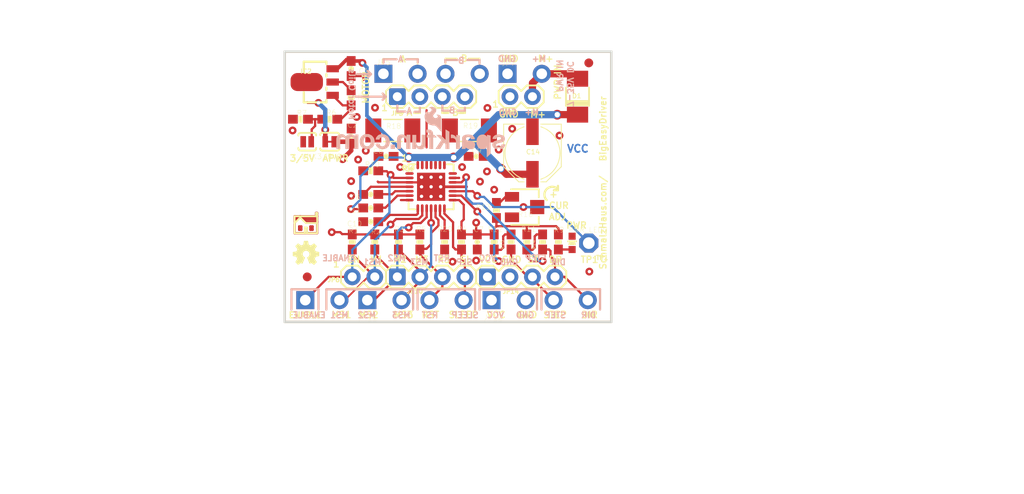
<source format=kicad_pcb>
(kicad_pcb (version 20211014) (generator pcbnew)
  (layers (0 "F.Cu" signal) (1 "In1.Cu" signal) (2 "In2.Cu" signal) (31 "B.Cu" signal) (34 "B.Paste" user) (35 "F.Paste" user) (36 "B.SilkS" user "B.Silkscreen") (37 "F.SilkS" user "F.Silkscreen") (38 "B.Mask" user) (39 "F.Mask" user) (44 "Edge.Cuts" user))
  (net 0 "")
  (net 1 "GND")
  (net 2 "VCC")
  (net 3 "V+")
  (net 4 "CUR_REF")
  (net 5 "N$6")
  (net 6 "COILB+")
  (net 7 "COILB-")
  (net 8 "DIR")
  (net 9 "MS1")
  (net 10 "MS2")
  (net 11 "ENABLE")
  (net 12 "COILA-")
  (net 13 "COILA+")
  (net 14 "RESET")
  (net 15 "STEP")
  (net 16 "SLEEP")
  (net 17 "5V_ALT")
  (net 18 "N$2")
  (net 19 "N$4")
  (net 20 "N$31")
  (net 21 "N$32")
  (net 22 "N$8")
  (net 23 "N$9")
  (net 24 "N$19")
  (net 25 "N$20")
  (net 26 "N$21")
  (net 27 "MS3")
  (net 28 "N$1")
  (net 29 "N$3")
  (net 30 "N$5")
  (net 31 "N$7")
  (net 32 "N$10")
  (net 33 "DIR_IN")
  (net 34 "STEP_IN")
  (footprint "boardEagle:FIDUCIAL-1X2" (layer "F.Cu") (at 164.3761 91.0336)
    (fp_text reference "FID2" hide)
    (fp_text value "FIDUCIAL1X2" hide)
  )
  (footprint "boardEagle:0603-RES" (layer "F.Cu") (at 157.3911 111.2266 90)
    (fp_text reference "R11")
    (fp_text value "20K")
  )
  (footprint "boardEagle:0603-RES" (layer "F.Cu") (at 142.9131 111.2266 90)
    (fp_text reference "R3")
    (fp_text value "20K")
  )
  (footprint "boardEagle:0603-RES" (layer "F.Cu") (at 145.3261 111.2266 90)
    (fp_text reference "R5")
    (fp_text value "20K")
  )
  (footprint "boardEagle:PAD-0.008" (layer "F.Cu") (at 143.1925 106.5022)
    (fp_text reference "U$3" hide)
    (fp_text value "PAD" hide)
  )
  (footprint "boardEagle:0603-RES" (layer "F.Cu") (at 135.1661 97.3836)
    (fp_text reference "R6")
    (fp_text value "390")
  )
  (footprint "boardEagle:1X04" (layer "F.Cu") (at 142.7861 94.8436)
    (fp_text reference "JP3")
    (fp_text value "")
  )
  (footprint "boardEagle:0603-RES" (layer "F.Cu") (at 153.7081 111.2266 90)
    (fp_text reference "R12")
    (fp_text value "20K")
  )
  (footprint "boardEagle:1X04" (layer "F.Cu") (at 142.7861 115.1636)
    (fp_text reference "JP10")
    (fp_text value "")
  )
  (footprint "boardEagle:QFN-28-5MM_ALT1" (layer "F.Cu") (at 146.5961 105.0036)
    (fp_text reference "IC1")
    (fp_text value "A4988ALT1")
  )
  (footprint "boardEagle:SCREWTERMINAL-3.5MM-4_LOCK" (layer "F.Cu") (at 153.5861 117.7836)
    (fp_text reference "JP12")
    (fp_text value "")
  )
  (footprint "boardEagle:0603-CAP" (layer "F.Cu") (at 151.6761 101.5746)
    (fp_text reference "C9")
    (fp_text value ".1uf")
  )
  (footprint "boardEagle:STAND-OFF" (layer "F.Cu") (at 133.8961 105.0036)
    (fp_text reference "JP8" hide)
    (fp_text value "STAND-OFF" hide)
  )
  (footprint "boardEagle:0603-RES" (layer "F.Cu") (at 155.6131 111.2266 90)
    (fp_text reference "R15")
    (fp_text value "1K")
  )
  (footprint "boardEagle:0603-RES" (layer "F.Cu") (at 131.8641 97.3836)
    (fp_text reference "R7")
    (fp_text value "330")
  )
  (footprint "boardEagle:0603-RES" (layer "F.Cu") (at 137.5791 94.9706 90)
    (fp_text reference "R8")
    (fp_text value "240")
  )
  (footprint "boardEagle:SCREWTERMINAL-3.5MM-4_LOCK" (layer "F.Cu") (at 139.5861 117.7836)
    (fp_text reference "JP11")
    (fp_text value "")
  )
  (footprint "boardEagle:0603-CAP" (layer "F.Cu") (at 139.7889 105.8672)
    (fp_text reference "C6")
    (fp_text value ".1uf")
  )
  (footprint "boardEagle:R2010" (layer "F.Cu") (at 142.2781 98.6536)
    (fp_text reference "R18")
    (fp_text value ".11")
  )
  (footprint "boardEagle:0603-CAP" (layer "F.Cu") (at 137.5791 99.2886 90)
    (fp_text reference "C2")
    (fp_text value "1uF")
  )
  (footprint "boardEagle:0603-CAP" (layer "F.Cu") (at 137.5791 91.6686 -90)
    (fp_text reference "C1")
    (fp_text value ".1uF")
  )
  (footprint "boardEagle:P1-13" (layer "F.Cu") (at 164.3761 111.3536)
    (fp_text reference "TP1")
    (fp_text value "TPPAD1-13" hide)
  )
  (footprint "boardEagle:SCREWTERMINAL-3.5MM-2_LOCK" (layer "F.Cu") (at 155.3961 92.2636)
    (fp_text reference "JP7")
    (fp_text value "")
  )
  (footprint "boardEagle:R2010" (layer "F.Cu") (at 150.9141 98.6536 180)
    (fp_text reference "R19")
    (fp_text value ".11")
  )
  (footprint "boardEagle:0603-RES" (layer "F.Cu") (at 148.1201 111.2266 -90)
    (fp_text reference "R20")
    (fp_text value "20K")
  )
  (footprint "boardEagle:0603-RES" (layer "F.Cu") (at 139.7889 103.2002 180)
    (fp_text reference "R10")
    (fp_text value "20K")
  )
  (footprint "boardEagle:0603-RES" (layer "F.Cu") (at 140.2461 111.2266 90)
    (fp_text reference "R2")
    (fp_text value "20K")
  )
  (footprint "boardEagle:0603-CAP" (layer "F.Cu") (at 151.8031 111.2266 -90)
    (fp_text reference "C7")
    (fp_text value ".1uf")
  )
  (footprint "boardEagle:DO-214AC" (layer "F.Cu") (at 163.1061 94.8436 90)
    (fp_text reference "D1")
    (fp_text value "B340A-13-F")
  )
  (footprint "boardEagle:SCREWTERMINAL-3.5MM-2_LOCK" (layer "F.Cu") (at 132.5861 117.7836)
    (fp_text reference "JP13")
    (fp_text value "")
  )
  (footprint "boardEagle:0603-RES" (layer "F.Cu") (at 137.7061 111.2266 90)
    (fp_text reference "R1")
    (fp_text value "20K")
  )
  (footprint "boardEagle:0603-CAP" (layer "F.Cu") (at 139.7889 107.3912 180)
    (fp_text reference "C11")
    (fp_text value ".1uf")
  )
  (footprint "boardEagle:FIDUCIAL-1X2" (layer "F.Cu") (at 132.6261 115.1636)
    (fp_text reference "FID1" hide)
    (fp_text value "FIDUCIAL1X2" hide)
  )
  (footprint "boardEagle:0603-RES" (layer "F.Cu") (at 159.1691 111.2266 90)
    (fp_text reference "R14")
    (fp_text value "1K")
  )
  (footprint "boardEagle:0603-RES" (layer "F.Cu") (at 150.0251 111.2266 90)
    (fp_text reference "R4")
    (fp_text value "20K")
  )
  (footprint "boardEagle:0603-RES" (layer "F.Cu") (at 160.9471 111.2266 90)
    (fp_text reference "R9")
    (fp_text value "1K")
  )
  (footprint "boardEagle:PAD-0.008" (layer "F.Cu") (at 149.7457 104.013)
    (fp_text reference "U$4" hide)
    (fp_text value "PAD" hide)
  )
  (footprint "boardEagle:0603-CAP" (layer "F.Cu") (at 141.5161 101.5746 180)
    (fp_text reference "C8")
    (fp_text value ".1uf")
  )
  (footprint "boardEagle:1X02" (layer "F.Cu") (at 137.7061 115.1636)
    (fp_text reference "JP6")
    (fp_text value "")
  )
  (footprint "boardEagle:1X04" (layer "F.Cu") (at 152.9461 115.1636)
    (fp_text reference "JP14")
    (fp_text value "")
  )
  (footprint "boardEagle:LED-0603" (layer "F.Cu") (at 162.4965 111.3282)
    (fp_text reference "PWR_LED0")
    (fp_text value "YELLOW")
  )
  (footprint "boardEagle:TRIMPOT-3MM-2" (layer "F.Cu") (at 157.1371 107.2896 -90)
    (fp_text reference "R16")
    (fp_text value "10K")
  )
  (footprint "boardEagle:OSHW_FILLX100_NOTEXT" (layer "F.Cu") (at 131.0767 113.7158)
    (fp_text reference "LOGO1" hide)
    (fp_text value "OSHW_LOGO_FILLX0100-NT" hide)
  )
  (footprint "boardEagle:CREATIVE_COMMONS" (layer "F.Cu") (at 118.303444 131.6736)
    (fp_text reference "FRAME1" hide)
    (fp_text value "FRAME-LETTER" hide)
  )
  (footprint "boardEagle:SCHMALZHAUS_SMALL" (layer "F.Cu") (at 132.4737 110.236)
    (fp_text reference "U$1" hide)
    (fp_text value "" hide)
  )
  (footprint "boardEagle:PAD-0.008" (layer "F.Cu") (at 146.5961 101.9556)
    (fp_text reference "U$5" hide)
    (fp_text value "PAD" hide)
  )
  (footprint "boardEagle:SCREWTERMINAL-3.5MM-4_LOCK" (layer "F.Cu") (at 141.3961 92.2636)
    (fp_text reference "JP5")
    (fp_text value "")
  )
  (footprint "boardEagle:1X02" (layer "F.Cu") (at 155.4861 94.8436)
    (fp_text reference "JP1")
    (fp_text value "")
  )
  (footprint "boardEagle:SJ_2S-TRACE" (layer "F.Cu") (at 135.1661 99.9236)
    (fp_text reference "APWR0")
    (fp_text value "SOLDERJUMPERTRACE" hide)
  )
  (footprint "boardEagle:SCHMALZHAUS_SOT89" (layer "F.Cu") (at 133.5151 93.1926 90)
    (fp_text reference "IC2")
    (fp_text value "LM317L")
  )
  (footprint "boardEagle:SJ_2S-NO" (layer "F.Cu") (at 132.6261 99.9236 180)
    (fp_text reference "UNK3/5V0")
    (fp_text value "SOLDERJUMPERNO" hide)
  )
  (footprint "boardEagle:PANASONIC_D" (layer "F.Cu") (at 158.0261 101.1936 -90)
    (fp_text reference "C14")
    (fp_text value "47uF")
  )
  (footprint "boardEagle:0603-CAP" (layer "F.Cu") (at 139.7889 108.9406 180)
    (fp_text reference "C10")
    (fp_text value ".22uF")
  )
  (footprint "boardEagle:STAND-OFF" (layer "F.Cu") (at 163.1061 105.0036)
    (fp_text reference "JP9" hide)
    (fp_text value "STAND-OFF" hide)
  )
  (footprint "boardEagle:0603-RES" (layer "F.Cu") (at 153.9621 107.6706 90)
    (fp_text reference "R13")
    (fp_text value "8.2K")
  )
  (footprint "boardEagle:SFE-NEW-WEBLOGO" (layer "B.Cu") (at 154.9527 101.6762 180)
    (fp_text reference "U$2" hide)
    (fp_text value "LOGO-SFENEW" hide)
  )
  (gr_line (start 159.0421 118.8466) (end 159.0421 116.5606) (layer "B.SilkS") (width 0.254))
  (gr_line (start 147.8661 96.4184) (end 147.8661 95.8342) (layer "B.SilkS") (width 0.254))
  (gr_line (start 145.0975 90.6272) (end 145.0975 90.9828) (layer "B.SilkS") (width 0.254))
  (gr_line (start 152.0571 116.5606) (end 158.5341 116.5606) (layer "B.SilkS") (width 0.254))
  (gr_line (start 143.7005 96.52) (end 142.7861 96.52) (layer "B.SilkS") (width 0.254))
  (gr_line (start 145.3261 96.5454) (end 145.3261 96.0882) (layer "B.SilkS") (width 0.254))
  (gr_line (start 148.6027 96.4184) (end 147.8661 96.4184) (layer "B.SilkS") (width 0.254))
  (gr_line (start 166.9161 120.2436) (end 166.9161 89.7636) (layer "B.SilkS") (width 0.254))
  (gr_line (start 141.4907 94.8436) (end 141.1351 94.488) (layer "B.SilkS") (width 0.254))
  (gr_line (start 144.7419 96.5454) (end 145.3261 96.5454) (layer "B.SilkS") (width 0.254))
  (gr_line (start 149.5933 96.4184) (end 150.4061 96.4184) (layer "B.SilkS") (width 0.254))
  (gr_line (start 166.9161 89.7636) (end 130.0861 89.7636) (layer "B.SilkS") (width 0.254))
  (gr_line (start 143.7767 90.6272) (end 145.0975 90.6272) (layer "B.SilkS") (width 0.254))
  (gr_line (start 141.4907 94.8436) (end 141.1351 95.1992) (layer "B.SilkS") (width 0.254))
  (gr_line (start 145.0721 118.8466) (end 145.0721 116.5606) (layer "B.SilkS") (width 0.254))
  (gr_line (start 134.7851 116.5606) (end 144.5641 116.5606) (layer "B.SilkS") (width 0.254))
  (gr_line (start 134.7851 118.8466) (end 134.7851 116.5606) (layer "B.SilkS") (width 0.254))
  (gr_line (start 130.0861 89.7636) (end 130.0861 120.2436) (layer "B.SilkS") (width 0.254))
  (gr_line (start 150.4061 96.4184) (end 150.4061 96.0882) (layer "B.SilkS") (width 0.254))
  (gr_line (start 130.0861 120.2436) (end 166.9161 120.2436) (layer "B.SilkS") (width 0.254))
  (gr_line (start 142.7099 90.6272) (end 141.2367 90.6272) (layer "B.SilkS") (width 0.254))
  (gr_line (start 130.8481 116.5606) (end 133.8961 116.5606) (layer "B.SilkS") (width 0.254))
  (gr_line (start 165.6461 116.5606) (end 165.6461 118.8466) (layer "B.SilkS") (width 0.254))
  (gr_line (start 159.0421 116.5606) (end 165.6461 116.5606) (layer "B.SilkS") (width 0.254))
  (gr_line (start 149.5933 90.7034) (end 148.1963 90.7034) (layer "B.SilkS") (width 0.254))
  (gr_line (start 152.0571 118.8466) (end 152.0571 116.5606) (layer "B.SilkS") (width 0.254))
  (gr_line (start 144.5641 116.5606) (end 144.5641 118.8466) (layer "B.SilkS") (width 0.254))
  (gr_line (start 141.2367 90.6272) (end 141.2367 91.0082) (layer "B.SilkS") (width 0.254))
  (gr_line (start 138.2395 92.3036) (end 139.8143 92.3036) (layer "B.SilkS") (width 0.254))
  (gr_line (start 150.6601 90.7034) (end 152.0571 90.7034) (layer "B.SilkS") (width 0.254))
  (gr_line (start 148.1963 90.7034) (end 148.1963 90.9828) (layer "B.SilkS") (width 0.254))
  (gr_line (start 142.7861 96.52) (end 142.7861 95.8342) (layer "B.SilkS") (width 0.254))
  (gr_line (start 151.5491 116.5606) (end 151.5491 118.8466) (layer "B.SilkS") (width 0.254))
  (gr_line (start 139.8143 92.3036) (end 139.4841 92.6338) (layer "B.SilkS") (width 0.254))
  (gr_line (start 139.8143 92.3036) (end 139.4587 91.948) (layer "B.SilkS") (width 0.254))
  (gr_line (start 145.0721 116.5606) (end 151.5491 116.5606) (layer "B.SilkS") (width 0.254))
  (gr_line (start 158.5341 116.5606) (end 158.5341 118.8466) (layer "B.SilkS") (width 0.254))
  (gr_line (start 138.0871 94.8436) (end 141.4907 94.8436) (layer "B.SilkS") (width 0.254))
  (gr_line (start 133.8961 116.5606) (end 133.8961 118.8466) (layer "B.SilkS") (width 0.254))
  (gr_line (start 152.0571 90.7034) (end 152.0571 91.0844) (layer "B.SilkS") (width 0.254))
  (gr_line (start 130.8481 118.8466) (end 130.8481 116.5606) (layer "B.SilkS") (width 0.254))
  (gr_line (start 144.6911 96.6724) (end 145.3261 96.6724) (layer "F.SilkS") (width 0.254))
  (gr_line (start 141.1859 90.6018) (end 142.6591 90.6018) (layer "F.SilkS") (width 0.2032))
  (gr_line (start 141.1859 90.6018) (end 141.1859 91.0844) (layer "F.SilkS") (width 0.2032))
  (gr_line (start 142.7861 96.6724) (end 142.7861 96.393) (layer "F.SilkS") (width 0.254))
  (gr_line (start 166.9161 89.7636) (end 130.0861 89.7636) (layer "F.SilkS") (width 0.254))
  (gr_line (start 149.7711 96.6724) (end 150.4061 96.6724) (layer "F.SilkS") (width 0.254))
  (gr_line (start 143.3957 96.6724) (end 142.7861 96.6724) (layer "F.SilkS") (width 0.254))
  (gr_line (start 145.3261 96.6724) (end 145.3261 96.4184) (layer "F.SilkS") (width 0.254))
  (gr_line (start 130.0861 120.2436) (end 166.9161 120.2436) (layer "F.SilkS") (width 0.254))
  (gr_line (start 160.8963 105.3846) (end 160.8963 104.902) (layer "F.SilkS") (width 0.254))
  (gr_line (start 145.0721 90.6018) (end 143.9545 90.6018) (layer "F.SilkS") (width 0.2032))
  (gr_line (start 147.8661 96.6724) (end 147.8661 96.4184) (layer "F.SilkS") (width 0.254))
  (gr_line (start 150.4061 96.6724) (end 150.4061 96.4184) (layer "F.SilkS") (width 0.254))
  (gr_line (start 145.0721 90.6018) (end 145.0721 91.0844) (layer "F.SilkS") (width 0.2032))
  (gr_line (start 148.2217 90.551) (end 148.2217 91.0844) (layer "F.SilkS") (width 0.2032))
  (gr_line (start 152.0571 90.551) (end 152.0571 91.1098) (layer "F.SilkS") (width 0.2032))
  (gr_arc (start 159.6263 106.5022) (mid 159.6263 105.2576) (end 160.8709 105.2576) (layer "F.SilkS") (width 0.254))
  (gr_line (start 160.4391 105.3846) (end 160.8963 105.3846) (layer "F.SilkS") (width 0.254))
  (gr_line (start 152.0571 90.551) (end 150.8379 90.551) (layer "F.SilkS") (width 0.2032))
  (gr_line (start 166.9161 120.2436) (end 166.9161 89.7636) (layer "F.SilkS") (width 0.254))
  (gr_line (start 148.5519 96.6724) (end 147.8661 96.6724) (layer "F.SilkS") (width 0.254))
  (gr_line (start 149.4917 90.551) (end 148.2217 90.551) (layer "F.SilkS") (width 0.2032))
  (gr_line (start 130.0861 89.7636) (end 130.0861 120.2436) (layer "F.SilkS") (width 0.254))
  (gr_line (start 130.0861 120.2436) (end 130.0861 89.7636) (layer "Edge.Cuts") (width 0.254))
  (gr_line (start 166.9161 120.2436) (end 130.0861 120.2436) (layer "Edge.Cuts") (width 0.254))
  (gr_line (start 166.9161 89.7636) (end 166.9161 120.2436) (layer "Edge.Cuts") (width 0.254))
  (gr_line (start 130.0861 89.7636) (end 166.9161 89.7636) (layer "Edge.Cuts") (width 0.254))
  (gr_text "VCC" (at 161.8361 101.1936) (layer "B.Cu") (effects (font (size 0.83312 0.83312) (thickness 0.18288)) (justify left bottom)))
  (gr_text "MS2" (at 140.4493 119.8626) (layer "B.SilkS") (effects (font (size 0.666496 0.666496) (thickness 0.146304)) (justify left bottom mirror)))
  (gr_text "GND" (at 158.3055 119.8626) (layer "B.SilkS") (effects (font (size 0.666496 0.666496) (thickness 0.146304)) (justify left bottom mirror)))
  (gr_text "M+" (at 158.8389 96.9772) (layer "B.SilkS") (effects (font (size 0.666496 0.666496) (thickness 0.146304)) (justify left bottom mirror)))
  (gr_text "MS3" (at 144.3355 119.8626) (layer "B.SilkS") (effects (font (size 0.666496 0.666496) (thickness 0.146304)) (justify left bottom mirror)))
  (gr_text "GND" (at 156.2735 90.9574) (layer "B.SilkS") (effects (font (size 0.666496 0.666496) (thickness 0.146304)) (justify left bottom mirror)))
  (gr_text "RST" (at 148.8059 113.4364) (layer "B.SilkS") (effects (font (size 0.666496 0.666496) (thickness 0.146304)) (justify left bottom mirror)))
  (gr_text "B" (at 149.3901 96.774) (layer "B.SilkS") (effects (font (size 0.666496 0.666496) (thickness 0.146304)) (justify left bottom mirror)))
  (gr_text "STEP" (at 159.7025 113.4364) (layer "B.SilkS") (effects (font (size 0.666496 0.666496) (thickness 0.146304)) (justify left bottom mirror)))
  (gr_text "A" (at 144.5133 96.8248) (layer "B.SilkS") (effects (font (size 0.666496 0.666496) (thickness 0.146304)) (justify left bottom mirror)))
  (gr_text "M+" (at 159.6517 90.9574) (layer "B.SilkS") (effects (font (size 0.666496 0.666496) (thickness 0.146304)) (justify left bottom mirror)))
  (gr_text "A" (at 143.5481 91.0082) (layer "B.SilkS") (effects (font (size 0.666496 0.666496) (thickness 0.146304)) (justify left bottom mirror)))
  (gr_text "MS1" (at 137.3505 119.8626) (layer "B.SilkS") (effects (font (size 0.666496 0.666496) (thickness 0.146304)) (justify left bottom mirror)))
  (gr_text "MS3" (at 146.3675 113.8936) (layer "B.SilkS") (effects (font (size 0.666496 0.666496) (thickness 0.146304)) (justify left bottom mirror)))
  (gr_text "RST" (at 147.4597 119.8626) (layer "B.SilkS") (effects (font (size 0.666496 0.666496) (thickness 0.146304)) (justify left bottom mirror)))
  (gr_text "ENABLE" (at 138.1125 113.4364) (layer "B.SilkS") (effects (font (size 0.666496 0.666496) (thickness 0.146304)) (justify left bottom mirror)))
  (gr_text "MS1" (at 141.0589 113.8936) (layer "B.SilkS") (effects (font (size 0.666496 0.666496) (thickness 0.146304)) (justify left bottom mirror)))
  (gr_text "B" (at 150.4315 91.1606) (layer "B.SilkS") (effects (font (size 0.666496 0.666496) (thickness 0.146304)) (justify left bottom mirror)))
  (gr_text "VCC" (at 154.9019 119.8626) (layer "B.SilkS") (effects (font (size 0.666496 0.666496) (thickness 0.146304)) (justify left bottom mirror)))
  (gr_text "SLEEP" (at 152.0317 119.8626) (layer "B.SilkS") (effects (font (size 0.666496 0.666496) (thickness 0.146304)) (justify left bottom mirror)))
  (gr_text "ENABLE" (at 134.7851 119.8626) (layer "B.SilkS") (effects (font (size 0.666496 0.666496) (thickness 0.146304)) (justify left bottom mirror)))
  (gr_text "SLP" (at 151.3459 113.8936) (layer "B.SilkS") (effects (font (size 0.666496 0.666496) (thickness 0.146304)) (justify left bottom mirror)))
  (gr_text "7-35V DC" (at 161.8869 96.0882 -90) (layer "B.SilkS") (effects (font (size 0.666496 0.666496) (thickness 0.146304)) (justify left bottom mirror)))
  (gr_text "MS2" (at 143.8275 113.4364) (layer "B.SilkS") (effects (font (size 0.666496 0.666496) (thickness 0.146304)) (justify left bottom mirror)))
  (gr_text "DIR" (at 165.2651 119.8626) (layer "B.SilkS") (effects (font (size 0.666496 0.666496) (thickness 0.146304)) (justify left bottom mirror)))
  (gr_text "STEP" (at 161.8869 119.8626) (layer "B.SilkS") (effects (font (size 0.666496 0.666496) (thickness 0.146304)) (justify left bottom mirror)))
  (gr_text "PWR IN" (at 160.6931 94.3864 -90) (layer "B.SilkS") (effects (font (size 0.666496 0.666496) (thickness 0.146304)) (justify left bottom mirror)))
  (gr_text "DIR" (at 161.8615 113.8936) (layer "B.SilkS") (effects (font (size 0.666496 0.666496) (thickness 0.146304)) (justify left bottom mirror)))
  (gr_text "VCC" (at 154.0129 113.4364) (layer "B.SilkS") (effects (font (size 0.666496 0.666496) (thickness 0.146304)) (justify left bottom mirror)))
  (gr_text "Motor Coils" (at 137.2743 97.536 -90) (layer "B.SilkS") (effects (font (size 0.666496 0.666496) (thickness 0.146304)) (justify left bottom mirror)))
  (gr_text "GND" (at 156.3497 96.9772) (layer "B.SilkS") (effects (font (size 0.666496 0.666496) (thickness 0.146304)) (justify left bottom mirror)))
  (gr_text "GND" (at 156.5021 113.8936) (layer "B.SilkS") (effects (font (size 0.666496 0.666496) (thickness 0.146304)) (justify left bottom mirror)))
  (gr_text "M3" (at 144.6911 113.6396) (layer "F.SilkS") (effects (font (size 0.725424 0.725424) (thickness 0.138176)) (justify left bottom)))
  (gr_text "3/5V" (at 130.5941 102.2096) (layer "F.SilkS") (effects (font (size 0.725424 0.725424) (thickness 0.138176)) (justify left bottom)))
  (gr_text "TP1" (at 163.3855 113.6396) (layer "F.SilkS") (effects (font (size 0.725424 0.725424) (thickness 0.138176)) (justify left bottom)))
  (gr_text "+" (at 159.8549 106.2736) (layer "F.SilkS") (effects (font (size 0.725424 0.725424) (thickness 0.138176)) (justify left bottom)))
  (gr_text "GND" (at 154.1399 90.9828) (layer "F.SilkS") (effects (font (size 0.725424 0.725424) (thickness 0.138176)) (justify left bottom)))
  (gr_text "DIR" (at 163.4871 119.8626) (layer "F.SilkS") (effects (font (size 0.725424 0.725424) (thickness 0.138176)) (justify left bottom)))
  (gr_text "M1" (at 139.6111 113.6396) (layer "F.SilkS") (effects (font (size 0.725424 0.725424) (thickness 0.138176)) (justify left bottom)))
  (gr_text "PWR IN" (at 161.3027 95.25 90) (layer "F.SilkS") (effects (font (size 0.725424 0.725424) (thickness 0.138176)) (justify left bottom)))
  (gr_text "RS" (at 147.2311 113.6396) (layer "F.SilkS") (effects (font (size 0.725424 0.725424) (thickness 0.138176)) (justify left bottom)))
  (gr_text "VCC" (at 151.9301 113.6396) (layer "F.SilkS") (effects (font (size 0.725424 0.725424) (thickness 0.138176)) (justify left bottom)))
  (gr_text "ST" (at 157.3911 113.6396) (layer "F.SilkS") (effects (font (size 0.725424 0.725424) (thickness 0.138176)) (justify left bottom)))
  (gr_text "RST" (at 145.4531 119.8626) (layer "F.SilkS") (effects (font (size 0.725424 0.725424) (thickness 0.138176)) (justify left bottom)))
  (gr_text "M+" (at 157.6959 97.2566) (layer "F.SilkS") (effects (font (size 0.725424 0.725424) (thickness 0.138176)) (justify left bottom)))
  (gr_text "1" (at 140.9065 96.52) (layer "F.SilkS") (effects (font (size 0.725424 0.725424) (thickness 0.138176)) (justify left bottom)))
  (gr_text "GND" (at 156.2481 119.8626) (layer "F.SilkS") (effects (font (size 0.725424 0.725424) (thickness 0.138176)) (justify left bottom)))
  (gr_text "GND" (at 154.4701 113.6396) (layer "F.SilkS") (effects (font (size 0.725424 0.725424) (thickness 0.138176)) (justify left bottom)))
  (gr_text "GND" (at 154.1653 97.2312) (layer "F.SilkS") (effects (font (size 0.725424 0.725424) (thickness 0.138176)) (justify left bottom)))
  (gr_text "VCC" (at 152.8191 119.8626) (layer "F.SilkS") (effects (font (size 0.725424 0.725424) (thickness 0.138176)) (justify left bottom)))
  (gr_text "B" (at 148.8821 97.0534) (layer "F.SilkS") (effects (font (size 0.725424 0.725424) (thickness 0.138176)) (justify left bottom)))
  (gr_text "MOTOR" (at 139.6619 95.7072 90) (layer "F.SilkS") (effects (font (size 0.725424 0.725424) (thickness 0.138176)) (justify left bottom)))
  (gr_text "SchmalzHaus.com/" (at 166.4081 114.4016 90) (layer "F.SilkS") (effects (font (size 0.725424 0.725424) (thickness 0.138176)) (justify left bottom)))
  (gr_text "SLEEP" (at 148.5011 119.8626) (layer "F.SilkS") (effects (font (size 0.725424 0.725424) (thickness 0.138176)) (justify left bottom)))
  (gr_text "PWR" (at 161.7599 109.7788) (layer "F.SilkS") (effects (font (size 0.725424 0.725424) (thickness 0.138176)) (justify left bottom)))
  (gr_text "ENABLE" (at 130.4671 119.8626) (layer "F.SilkS") (effects (font (size 0.666496 0.666496) (thickness 0.146304)) (justify left bottom)))
  (gr_text "MS3" (at 142.2781 119.8626) (layer "F.SilkS") (effects (font (size 0.725424 0.725424) (thickness 0.138176)) (justify left bottom)))
  (gr_text "M+" (at 158.5595 90.9828) (layer "F.SilkS") (effects (font (size 0.725424 0.725424) (thickness 0.138176)) (justify left bottom)))
  (gr_text "A" (at 143.0147 91.0336) (layer "F.SilkS") (effects (font (size 0.725424 0.725424) (thickness 0.138176)) (justify left bottom)))
  (gr_text "ADJ" (at 159.8041 108.8136) (layer "F.SilkS") (effects (font (size 0.725424 0.725424) (thickness 0.138176)) (justify left bottom)))
  (gr_text "M2" (at 142.2273 113.6142) (layer "F.SilkS") (effects (font (size 0.725424 0.725424) (thickness 0.138176)) (justify left bottom)))
  (gr_text "1" (at 135.4709 114.1476) (layer "F.SilkS") (effects (font (size 0.725424 0.725424) (thickness 0.138176)) (justify left bottom)))
  (gr_text "A" (at 143.7513 97.0534) (layer "F.SilkS") (effects (font (size 0.725424 0.725424) (thickness 0.138176)) (justify left bottom)))
  (gr_text "EN" (at 137.0711 113.6396) (layer "F.SilkS") (effects (font (size 0.725424 0.725424) (thickness 0.138176)) (justify left bottom)))
  (gr_text "MS1" (at 135.2931 119.8626) (layer "F.SilkS") (effects (font (size 0.725424 0.725424) (thickness 0.138176)) (justify left bottom)))
  (gr_text "CUR" (at 159.8041 107.5436) (layer "F.SilkS") (effects (font (size 0.725424 0.725424) (thickness 0.138176)) (justify left bottom)))
  (gr_text "1" (at 143.1671 102.2096) (layer "F.SilkS") (effects (font (size 0.725424 0.725424) (thickness 0.138176)) (justify left bottom)))
  (gr_text "DR" (at 159.8041 113.6396) (layer "F.SilkS") (effects (font (size 0.725424 0.725424) (thickness 0.138176)) (justify left bottom)))
  (gr_text "1" (at 153.4287 96.1136) (layer "F.SilkS") (effects (font (size 0.725424 0.725424) (thickness 0.138176)) (justify left bottom)))
  (gr_text "MS2" (at 138.3411 119.8626) (layer "F.SilkS") (effects (font (size 0.725424 0.725424) (thickness 0.138176)) (justify left bottom)))
  (gr_text "SL" (at 149.7711 113.6396) (layer "F.SilkS") (effects (font (size 0.725424 0.725424) (thickness 0.138176)) (justify left bottom)))
  (gr_text "BigEasyDriver" (at 166.4081 102.2096 90) (layer "F.SilkS") (effects (font (size 0.725424 0.725424) (thickness 0.138176)) (justify left bottom)))
  (gr_text "B" (at 149.8727 90.9574) (layer "F.SilkS") (effects (font (size 0.725424 0.725424) (thickness 0.138176)) (justify left bottom)))
  (gr_text "APWR" (at 134.2771 102.2096) (layer "F.SilkS") (effects (font (size 0.725424 0.725424) (thickness 0.138176)) (justify left bottom)))
  (gr_text "STEP" (at 159.1691 119.8626) (layer "F.SilkS") (effects (font (size 0.725424 0.725424) (thickness 0.138176)) (justify left bottom)))
  (segment (start 147.6756 105.0036) (end 149.036 105.0036) (width 0.3048) (layer "F.Cu") (net 1))
  (segment (start 138.9611 92.5186) (end 138.9611 92.9536) (width 0.254) (layer "F.Cu") (net 1))
  (segment (start 145.3896 104.4956) (end 145.3896 104.4702) (width 0.254) (layer "F.Cu") (net 1))
  (segment (start 137.5791 92.5186) (end 138.9611 92.5186) (width 0.254) (layer "F.Cu") (net 1))
  (segment (start 145.3896 104.4956) (end 145.3816 104.5036) (width 0.254) (layer "F.Cu") (net 1))
  (segment (start 144.1562 104.5036) (end 145.5166 104.5036) (width 0.254) (layer "F.Cu") (net 1))
  (segment (start 145.3896 104.8766) (end 145.5166 105.0036) (width 0.254) (layer "F.Cu") (net 1))
  (segment (start 149.036 105.0036) (end 150.5966 105.0036) (width 0.3048) (layer "F.Cu") (net 1))
  (segment (start 145.5166 104.5036) (end 145.5166 105.0036) (width 0.254) (layer "F.Cu") (net 1))
  (segment (start 145.3896 104.4956) (end 145.3896 104.8766) (width 0.254) (layer "F.Cu") (net 1))
  (segment (start 140.5763 104.4194) (end 140.6525 104.4956) (width 0.254) (layer "F.Cu") (net 1))
  (segment (start 140.6525 104.4956) (end 144.3101 104.4956) (width 0.254) (layer "F.Cu") (net 1))
  (segment (start 138.9611 92.9536) (end 138.9761 92.9386) (width 0.254) (layer "F.Cu") (net 1))
  (via blind (at 146.5961 103.9241) (size 0.889) (drill 0.381) (layers "F.Cu" "In1.Cu") (net 1))
  (via blind (at 139.2301 100.9396) (size 0.889) (drill 0.381) (layers "F.Cu" "In1.Cu") (net 1))
  (via blind (at 161.0741 99.2251) (size 0.889) (drill 0.381) (layers "F.Cu" "In1.Cu") (net 1))
  (via blind (at 152.8953 103.2764) (size 0.889) (drill 0.381) (layers "F.Cu" "In1.Cu") (net 1))
  (via blind (at 151.6761 113.3221) (size 0.889) (drill 0.381) (layers "F.Cu" "In1.Cu") (net 1))
  (via blind (at 130.9751 98.6536) (size 0.889) (drill 0.381) (layers "F.Cu" "In1.Cu") (net 1))
  (via blind (at 140.2715 96.0882) (size 0.889) (drill 0.381) (layers "F.Cu" "In1.Cu") (net 1))
  (via blind (at 155.7401 98.4631) (size 0.889) (drill 0.381) (layers "F.Cu" "In1.Cu") (net 1))
  (via blind (at 138.3665 101.9302) (size 0.889) (drill 0.381) (layers "F.Cu" "In1.Cu") (net 1))
  (via blind (at 147.6756 105.0036) (size 0.889) (drill 0.381) (layers "F.Cu" "In1.Cu") (net 1))
  (via blind (at 153.7081 105.3338) (size 0.889) (drill 0.381) (layers "F.Cu" "In1.Cu") (net 1))
  (via blind (at 147.6756 103.9241) (size 0.889) (drill 0.381) (layers "F.Cu" "In1.Cu") (net 1))
  (via blind (at 146.5961 105.0036) (size 0.889) (drill 0.381) (layers "F.Cu" "In1.Cu") (net 1))
  (via blind (at 138.2141 97.1296) (size 0.889) (drill 0.381) (layers "F.Cu" "In1.Cu") (net 1))
  (via blind (at 147.6756 106.0831) (size 0.889) (drill 0.381) (layers "F.Cu" "In1.Cu") (net 1))
  (via blind (at 149.0091 113.4491) (size 0.889) (drill 0.381) (layers "F.Cu" "In1.Cu") (net 1))
  (via blind (at 137.5791 106.0196) (size 0.889) (drill 0.381) (layers "F.Cu" "In1.Cu") (net 1))
  (via blind (at 145.5166 106.0831) (size 0.889) (drill 0.381) (layers "F.Cu" "In1.Cu") (net 1))
  (via blind (at 137.5791 104.3686) (size 0.889) (drill 0.381) (layers "F.Cu" "In1.Cu") (net 1))
  (via blind (at 154.2161 100.8126) (size 0.889) (drill 0.381) (layers "F.Cu" "In1.Cu") (net 1))
  (via blind (at 152.1079 104.4194) (size 0.889) (drill 0.381) (layers "F.Cu" "In1.Cu") (net 1))
  (via blind (at 146.5961 106.1085) (size 0.889) (drill 0.381) (layers "F.Cu" "In1.Cu") (net 1))
  (via blind (at 164.4396 114.5667) (size 0.889) (drill 0.381) (layers "F.Cu" "In1.Cu") (net 1))
  (via blind (at 145.5166 103.9241) (size 0.889) (drill 0.381) (layers "F.Cu" "In1.Cu") (net 1))
  (via blind (at 145.5166 105.0036) (size 0.889) (drill 0.381) (layers "F.Cu" "In1.Cu") (net 1))
  (via blind (at 152.9461 96.1136) (size 0.889) (drill 0.381) (layers "F.Cu" "In1.Cu") (net 1))
  (segment (start 137.6671 110.3376) (end 137.7061 110.3766) (width 0.254) (layer "F.Cu") (net 2))
  (segment (start 149.7471 106.5036) (end 149.036 106.5036) (width 0.254) (layer "F.Cu") (net 2))
  (segment (start 150.0251 108.9406) (end 150.2791 108.6866) (width 0.254) (layer "F.Cu") (net 2))
  (segment (start 137.7061 110.3766) (end 140.2461 110.3766) (width 0.254) (layer "F.Cu") (net 2))
  (segment (start 150.0251 110.3766) (end 151.6761 110.3766) (width 0.254) (layer "F.Cu") (net 2))
  (segment (start 157.3911 109.4486) (end 160.6931 109.4486) (width 0.254) (layer "F.Cu") (net 2))
  (segment (start 135.3947 110.1217) (end 136.3472 110.1217) (width 0.254) (layer "F.Cu") (net 2))
  (segment (start 160.6931 109.4486) (end 160.9471 109.7026) (width 0.254) (layer "F.Cu") (net 2))
  (segment (start 153.9621 109.4486) (end 153.9621 108.5206) (width 0.254) (layer "F.Cu") (net 2))
  (segment (start 151.6761 110.3766) (end 151.8031 110.3766) (width 0.254) (layer "F.Cu") (net 2))
  (segment (start 137.5791 100.9269) (end 136.6139 101.8921) (width 0.508) (layer "F.Cu") (net 2))
  (segment (start 135.6741 99.9236) (end 137.3641 99.9236) (width 0.508) (layer "F.Cu") (net 2))
  (segment (start 151.6761 109.0422) (end 151.6761 110.3766) (width 0.254) (layer "F.Cu") (net 2))
  (segment (start 142.9131 110.3766) (end 145.3261 110.3766) (width 0.254) (layer "F.Cu") (net 2))
  (segment (start 136.5631 110.3376) (end 137.6671 110.3376) (width 0.254) (layer "F.Cu") (net 2))
  (segment (start 153.9621 109.4486) (end 157.3911 109.4486) (width 0.254) (layer "F.Cu") (net 2))
  (segment (start 150.2791 108.6866) (end 150.2791 107.0356) (width 0.254) (layer "F.Cu") (net 2))
  (segment (start 137.3641 99.9236) (end 137.5791 100.1386) (width 0.508) (layer "F.Cu") (net 2))
  (segment (start 137.5791 100.1386) (end 137.5791 100.9269) (width 0.508) (layer "F.Cu") (net 2))
  (segment (start 150.2791 107.0356) (end 149.7471 106.5036) (width 0.254) (layer "F.Cu") (net 2))
  (segment (start 160.9471 109.7026) (end 160.9471 110.3766) (width 0.254) (layer "F.Cu") (net 2))
  (segment (start 151.8031 110.3766) (end 153.7081 110.3766) (width 0.254) (layer "F.Cu") (net 2))
  (segment (start 153.7081 109.7026) (end 153.9621 109.4486) (width 0.254) (layer "F.Cu") (net 2))
  (segment (start 153.7081 110.3766) (end 153.7081 109.7026) (width 0.254) (layer "F.Cu") (net 2))
  (segment (start 150.0251 110.3766) (end 150.0251 108.9406) (width 0.254) (layer "F.Cu") (net 2))
  (segment (start 157.3911 110.3766) (end 157.3911 109.4486) (width 0.254) (layer "F.Cu") (net 2))
  (segment (start 136.3472 110.1217) (end 136.5631 110.3376) (width 0.254) (layer "F.Cu") (net 2))
  (segment (start 140.2461 110.3766) (end 142.9131 110.3766) (width 0.254) (layer "F.Cu") (net 2))
  (via blind (at 151.6761 109.0422) (size 0.889) (drill 0.381) (layers "F.Cu" "In1.Cu") (net 2))
  (via blind (at 136.6139 101.8921) (size 0.889) (drill 0.381) (layers "F.Cu" "In1.Cu") (net 2))
  (via blind (at 135.3947 110.1217) (size 0.889) (drill 0.381) (layers "F.Cu" "In1.Cu") (net 2))
  (segment (start 160.8201 96.8756) (end 160.8271 96.8686) (width 0.8128) (layer "F.Cu") (net 3))
  (segment (start 138.6341 90.8186) (end 138.8491 91.0336) (width 0.4064) (layer "F.Cu") (net 3))
  (segment (start 137.0711 90.6526) (end 137.4131 90.6526) (width 0.4064) (layer "F.Cu") (net 3))
  (segment (start 145.0961 102.5637) (end 145.0961 102.2336) (width 0.2032) (layer "F.Cu") (net 3))
  (segment (start 148.0961 102.5637) (end 148.0961 102.2336) (width 0.254) (layer "F.Cu") (net 3))
  (segment (start 137.4131 90.6526) (end 137.5791 90.8186) (width 0.4064) (layer "F.Cu") (net 3))
  (segment (start 137.5537 107.5182) (end 138.8119 107.5182) (width 0.254) (layer "F.Cu") (net 3))
  (segment (start 135.4961 91.6936) (end 136.0301 91.6936) (width 0.4064) (layer "F.Cu") (net 3))
  (segment (start 154.4701 102.9716) (end 155.0921 103.5936) (width 0.8128) (layer "F.Cu") (net 3))
  (segment (start 136.0301 91.6936) (end 137.0711 90.6526) (width 0.4064) (layer "F.Cu") (net 3))
  (segment (start 138.8119 107.5182) (end 138.9389 107.3912) (width 0.254) (layer "F.Cu") (net 3))
  (segment (start 160.8271 96.8686) (end 163.1061 96.8686) (width 0.8128) (layer "F.Cu") (net 3))
  (segment (start 137.5791 90.8186) (end 138.6341 90.8186) (width 0.4064) (layer "F.Cu") (net 3))
  (segment (start 138.8491 91.0336) (end 138.8491 91.1606) (width 0.4064) (layer "F.Cu") (net 3))
  (segment (start 155.0921 103.5936) (end 158.0261 103.5936) (width 0.8128) (layer "F.Cu") (net 3))
  (via blind (at 149.1361 101.7016) (size 1.108) (drill 0.6) (layers "F.Cu" "In1.Cu") (net 3))
  (via blind (at 138.8491 91.0336) (size 0.889) (drill 0.381) (layers "F.Cu" "In1.Cu") (net 3))
  (via blind (at 154.4701 102.9716) (size 1.108) (drill 0.6) (layers "F.Cu" "In1.Cu") (net 3))
  (via blind (at 144.0561 101.7016) (size 1.108) (drill 0.6) (layers "F.Cu" "In1.Cu") (net 3))
  (via blind (at 137.5537 107.5182) (size 0.889) (drill 0.381) (layers "F.Cu" "In1.Cu") (net 3))
  (via blind (at 160.8201 96.8756) (size 1.108) (drill 0.6) (layers "F.Cu" "In1.Cu") (net 3))
  (segment (start 151.2951 99.7966) (end 154.4701 102.9716) (width 0.8128) (layer "B.Cu") (net 3))
  (segment (start 138.6205 103.8352) (end 140.7541 101.7016) (width 0.254) (layer "B.Cu") (net 3))
  (segment (start 149.3901 101.7016) (end 151.2951 99.7966) (width 0.8128) (layer "B.Cu") (net 3))
  (segment (start 138.6205 103.8352) (end 138.6205 106.4514) (width 0.254) (layer "B.Cu") (net 3))
  (segment (start 139.3571 97.0026) (end 139.3571 91.5416) (width 0.4064) (layer "B.Cu") (net 3))
  (segment (start 154.2161 96.8756) (end 160.8201 96.8756) (width 0.8128) (layer "B.Cu") (net 3))
  (segment (start 144.0561 101.7016) (end 149.1361 101.7016) (width 0.8128) (layer "B.Cu") (net 3))
  (segment (start 144.0561 101.7016) (end 139.3571 97.0026) (width 0.4064) (layer "B.Cu") (net 3))
  (segment (start 149.1361 101.7016) (end 149.3901 101.7016) (width 0.8128) (layer "B.Cu") (net 3))
  (segment (start 139.3571 91.5416) (end 138.8491 91.0336) (width 0.4064) (layer "B.Cu") (net 3))
  (segment (start 138.6205 106.4514) (end 137.5537 107.5182) (width 0.254) (layer "B.Cu") (net 3))
  (segment (start 151.2951 99.7966) (end 154.2161 96.8756) (width 0.8128) (layer "B.Cu") (net 3))
  (segment (start 140.7541 101.7016) (end 144.0561 101.7016) (width 0.254) (layer "B.Cu") (net 3))
  (segment (start 149.0361 105.5036) (end 151.2871 105.5036) (width 0.254) (layer "F.Cu") (net 4))
  (segment (start 151.2871 105.5036) (end 151.8031 106.0196) (width 0.254) (layer "F.Cu") (net 4))
  (segment (start 157.0101 107.2896) (end 158.5585 107.2896) (width 0.254) (layer "F.Cu") (net 4))
  (via blind (at 157.0101 107.2896) (size 0.889) (drill 0.381) (layers "F.Cu" "In1.Cu") (net 4))
  (via blind (at 151.8031 106.0196) (size 0.889) (drill 0.381) (layers "F.Cu" "In1.Cu") (net 4))
  (segment (start 157.0101 107.2896) (end 160.3121 107.2896) (width 0.254) (layer "B.Cu") (net 4))
  (segment (start 151.9301 106.1466) (end 152.5651 106.1466) (width 0.254) (layer "B.Cu") (net 4))
  (segment (start 153.7081 107.2896) (end 157.0101 107.2896) (width 0.254) (layer "B.Cu") (net 4))
  (segment (start 160.3121 107.2896) (end 164.3761 111.3536) (width 0.254) (layer "B.Cu") (net 4))
  (segment (start 152.5651 106.1466) (end 153.7081 107.2896) (width 0.254) (layer "B.Cu") (net 4))
  (segment (start 151.8031 106.0196) (end 151.9301 106.1466) (width 0.254) (layer "B.Cu") (net 4))
  (segment (start 136.6251 95.8206) (end 137.5791 95.8206) (width 0.254) (layer "F.Cu") (net 5))
  (segment (start 137.5791 95.8206) (end 137.5791 96.2406) (width 0.254) (layer "F.Cu") (net 5))
  (segment (start 137.5791 96.2406) (end 136.4361 97.3836) (width 0.254) (layer "F.Cu") (net 5))
  (segment (start 135.4961 94.6916) (end 136.6251 95.8206) (width 0.254) (layer "F.Cu") (net 5))
  (segment (start 136.4361 97.3836) (end 136.0161 97.3836) (width 0.254) (layer "F.Cu") (net 5))
  (via blind (at 143.1036 102.7811) (size 0.889) (drill 0.381) (layers "F.Cu" "In1.Cu") (net 6))
  (segment (start 146.0881 100.5586) (end 146.0881 96.3676) (width 0.254) (layer "F.Cu") (net 7))
  (segment (start 146.0961 102.5636) (end 146.0961 101.7096) (width 0.254) (layer "F.Cu") (net 7))
  (segment (start 146.0961 101.7096) (end 146.0881 101.7016) (width 0.254) (layer "F.Cu") (net 7))
  (segment (start 150.0171 104.5036) (end 149.0361 104.5036) (width 0.254) (layer "F.Cu") (net 8))
  (segment (start 157.4301 112.1156) (end 157.3911 112.0766) (width 0.254) (layer "F.Cu") (net 8))
  (segment (start 159.1691 113.3856) (end 157.8991 113.3856) (width 0.254) (layer "F.Cu") (net 8))
  (segment (start 158.2801 110.5916) (end 158.2801 111.8616) (width 0.254) (layer "F.Cu") (net 8))
  (segment (start 150.5458 103.9241) (end 150.5458 103.9749) (width 0.254) (layer "F.Cu") (net 8))
  (segment (start 157.8991 113.3856) (end 157.3911 112.8776) (width 0.254) (layer "F.Cu") (net 8))
  (segment (start 158.0261 112.1156) (end 157.4301 112.1156) (width 0.254) (layer "F.Cu") (net 8))
  (segment (start 159.1691 110.3766) (end 158.4951 110.3766) (width 0.254) (layer "F.Cu") (net 8))
  (segment (start 158.2801 111.8616) (end 158.0261 112.1156) (width 0.254) (layer "F.Cu") (net 8))
  (segment (start 158.4951 110.3766) (end 158.2801 110.5916) (width 0.254) (layer "F.Cu") (net 8))
  (segment (start 157.3911 112.8776) (end 157.3911 112.0766) (width 0.254) (layer "F.Cu") (net 8))
  (segment (start 150.5458 103.9749) (end 150.0171 104.5036) (width 0.254) (layer "F.Cu") (net 8))
  (via blind (at 159.1691 113.3856) (size 0.889) (drill 0.381) (layers "F.Cu" "In1.Cu") (net 8))
  (via blind (at 150.5458 103.9241) (size 0.889) (drill 0.381) (layers "F.Cu" "In1.Cu") (net 8))
  (segment (start 152.3111 106.9086) (end 151.2951 106.9086) (width 0.254) (layer "B.Cu") (net 8))
  (segment (start 152.3111 106.9086) (end 158.7881 113.3856) (width 0.254) (layer "B.Cu") (net 8))
  (segment (start 151.2951 106.9086) (end 150.5458 106.1593) (width 0.254) (layer "B.Cu") (net 8))
  (segment (start 150.5458 106.1593) (end 150.5458 103.9241) (width 0.254) (layer "B.Cu") (net 8))
  (segment (start 158.7881 113.3856) (end 159.1691 113.3856) (width 0.254) (layer "B.Cu") (net 8))
  (segment (start 137.7061 112.6236) (end 137.7061 112.0766) (width 0.254) (layer "F.Cu") (net 9))
  (segment (start 142.6464 108.6358) (end 145.1991 108.6358) (width 0.254) (layer "F.Cu") (net 9))
  (segment (start 136.8641 117.7836) (end 139.4841 115.1636) (width 0.2032) (layer "F.Cu") (net 9))
  (segment (start 136.2639 117.7836) (end 136.8641 117.7836) (width 0.254) (layer "F.Cu") (net 9))
  (segment (start 145.5961 108.2388) (end 145.5961 107.4436) (width 0.254) (layer "F.Cu") (net 9))
  (segment (start 145.5961 108.2388) (end 145.1991 108.6358) (width 0.254) (layer "F.Cu") (net 9))
  (segment (start 140.2461 115.1636) (end 137.7061 112.6236) (width 0.254) (layer "F.Cu") (net 9))
  (segment (start 139.4841 115.1636) (end 140.2461 115.1636) (width 0.254) (layer "F.Cu") (net 9))
  (segment (start 142.6464 108.6358) (end 142.0241 109.2581) (width 0.254) (layer "F.Cu") (net 9))
  (via blind (at 142.0241 109.2581) (size 0.889) (drill 0.381) (layers "F.Cu" "In1.Cu") (net 9))
  (segment (start 140.2461 115.1636) (end 140.2461 111.0361) (width 0.254) (layer "B.Cu") (net 9))
  (segment (start 140.2461 111.0361) (end 142.0241 109.2581) (width 0.254) (layer "B.Cu") (net 9))
  (segment (start 142.7861 115.1636) (end 140.2461 112.6236) (width 0.254) (layer "F.Cu") (net 10))
  (segment (start 146.0961 107.4435) (end 146.0881 107.4435) (width 0.254) (layer "F.Cu") (net 10))
  (segment (start 145.4277 109.093) (end 144.5768 109.093) (width 0.254) (layer "F.Cu") (net 10))
  (segment (start 139.4083 117.7836) (end 140.1661 117.7836) (width 0.254) (layer "F.Cu") (net 10))
  (segment (start 140.2461 112.6236) (end 140.2461 112.0766) (width 0.254) (layer "F.Cu") (net 10))
  (segment (start 146.0881 108.4326) (end 146.0961 108.4326) (width 0.254) (layer "F.Cu") (net 10))
  (segment (start 146.0881 108.4326) (end 145.4277 109.093) (width 0.254) (layer "F.Cu") (net 10))
  (segment (start 146.0961 108.4326) (end 146.0961 107.4435) (width 0.254) (layer "F.Cu") (net 10))
  (segment (start 140.1661 117.7836) (end 142.7861 115.1636) (width 0.254) (layer "F.Cu") (net 10))
  (segment (start 144.5768 109.093) (end 144.0688 109.601) (width 0.254) (layer "F.Cu") (net 10))
  (segment (start 144.272 109.3978) (end 144.0688 109.601) (width 0.254) (layer "F.Cu") (net 10))
  (via blind (at 144.0688 109.601) (size 0.889) (drill 0.381) (layers "F.Cu" "In1.Cu") (net 10))
  (segment (start 143.2687 109.601) (end 144.0688 109.601) (width 0.254) (layer "B.Cu") (net 10))
  (segment (start 142.7861 115.1636) (end 142.7861 110.0836) (width 0.254) (layer "B.Cu") (net 10))
  (segment (start 142.7861 110.0836) (end 143.2687 109.601) (width 0.254) (layer "B.Cu") (net 10))
  (segment (start 132.4083 117.7836) (end 132.4083 117.7944) (width 0.254) (layer "F.Cu") (net 11))
  (segment (start 132.4083 117.7944) (end 135.0391 115.1636) (width 0.254) (layer "F.Cu") (net 11))
  (segment (start 135.0391 115.1636) (end 137.7061 115.1636) (width 0.254) (layer "F.Cu") (net 11))
  (segment (start 141.5923 103.251) (end 140.6897 103.251) (width 0.254) (layer "F.Cu") (net 11))
  (segment (start 142.3703 104.0036) (end 142.0241 103.6574) (width 0.254) (layer "F.Cu") (net 11))
  (segment (start 140.6897 103.251) (end 140.6389 103.2002) (width 0.254) (layer "F.Cu") (net 11))
  (segment (start 144.1561 104.0036) (end 142.3703 104.0036) (width 0.254) (layer "F.Cu") (net 11))
  (segment (start 142.0241 103.6574) (end 141.9987 103.6574) (width 0.254) (layer "F.Cu") (net 11))
  (segment (start 141.9987 103.6574) (end 141.5923 103.251) (width 0.254) (layer "F.Cu") (net 11))
  (via blind (at 142.0241 103.6574) (size 0.889) (drill 0.381) (layers "F.Cu" "In1.Cu") (net 11))
  (segment (start 137.7061 112.1156) (end 141.8971 107.9246) (width 0.254) (layer "B.Cu") (net 11))
  (segment (start 137.7061 115.1636) (end 137.7061 112.1156) (width 0.254) (layer "B.Cu") (net 11))
  (segment (start 141.8971 107.9246) (end 141.8971 103.7844) (width 0.254) (layer "B.Cu") (net 11))
  (segment (start 141.8971 103.7844) (end 142.0241 103.6574) (width 0.254) (layer "B.Cu") (net 11))
  (segment (start 147.0961 102.5636) (end 147.0961 101.7096) (width 0.254) (layer "F.Cu") (net 12))
  (segment (start 147.0961 101.7096) (end 147.1041 101.7016) (width 0.254) (layer "F.Cu") (net 12))
  (via blind (at 150.0886 102.7811) (size 0.889) (drill 0.381) (layers "F.Cu" "In1.Cu") (net 13))
  (segment (start 147.0961 108.4246) (end 147.0961 107.4436) (width 0.254) (layer "F.Cu") (net 14))
  (segment (start 147.4216 109.3851) (end 147.4216 108.7501) (width 0.254) (layer "F.Cu") (net 14))
  (segment (start 146.5961 111.4806) (end 146.5961 110.2106) (width 0.254) (layer "F.Cu") (net 14))
  (segment (start 147.8661 115.1636) (end 145.3261 112.6236) (width 0.254) (layer "F.Cu") (net 14))
  (segment (start 146.4083 117.7836) (end 146.4083 117.7644) (width 0.254) (layer "F.Cu") (net 14))
  (segment (start 145.3261 112.6236) (end 145.3261 112.0766) (width 0.254) (layer "F.Cu") (net 14))
  (segment (start 147.8661 116.3066) (end 147.8661 115.1636) (width 0.254) (layer "F.Cu") (net 14))
  (segment (start 145.3991 112.0036) (end 145.3261 112.0766) (width 0.254) (layer "F.Cu") (net 14))
  (segment (start 146.4083 117.7644) (end 147.8661 116.3066) (width 0.254) (layer "F.Cu") (net 14))
  (segment (start 146.0731 112.0036) (end 146.5961 111.4806) (width 0.254) (layer "F.Cu") (net 14))
  (segment (start 146.5961 110.2106) (end 147.4216 109.3851) (width 0.254) (layer "F.Cu") (net 14))
  (segment (start 147.4216 108.7501) (end 147.0961 108.4246) (width 0.254) (layer "F.Cu") (net 14))
  (segment (start 146.0731 112.0036) (end 145.3991 112.0036) (width 0.254) (layer "F.Cu") (net 14))
  (segment (start 154.7241 111.8616) (end 154.4701 112.1156) (width 0.254) (layer "F.Cu") (net 15))
  (segment (start 151.8031 107.7976) (end 150.0091 106.0036) (width 0.254) (layer "F.Cu") (net 15))
  (segment (start 155.6131 110.3766) (end 154.9391 110.3766) (width 0.254) (layer "F.Cu") (net 15))
  (segment (start 154.7241 110.5916) (end 154.7241 111.8616) (width 0.254) (layer "F.Cu") (net 15))
  (segment (start 154.9391 110.3766) (end 154.7241 110.5916) (width 0.254) (layer "F.Cu") (net 15))
  (segment (start 150.0091 106.0036) (end 149.0361 106.0036) (width 0.254) (layer "F.Cu") (net 15))
  (segment (start 153.7081 112.8776) (end 153.7081 112.0766) (width 0.254) (layer "F.Cu") (net 15))
  (segment (start 153.7471 112.1156) (end 153.7081 112.0766) (width 0.254) (layer "F.Cu") (net 15))
  (segment (start 154.4701 112.1156) (end 153.7471 112.1156) (width 0.254) (layer "F.Cu") (net 15))
  (segment (start 154.2161 113.3856) (end 153.7081 112.8776) (width 0.254) (layer "F.Cu") (net 15))
  (via blind (at 151.8031 107.7976) (size 0.889) (drill 0.381) (layers "F.Cu" "In1.Cu") (net 15))
  (via blind (at 154.2161 113.3856) (size 0.889) (drill 0.381) (layers "F.Cu" "In1.Cu") (net 15))
  (segment (start 153.7081 112.8776) (end 154.2161 113.3856) (width 0.254) (layer "B.Cu") (net 15))
  (segment (start 151.8031 107.7976) (end 153.7081 109.7026) (width 0.254) (layer "B.Cu") (net 15))
  (segment (start 153.7081 109.7026) (end 153.7081 112.8776) (width 0.254) (layer "B.Cu") (net 15))
  (segment (start 149.3511 112.0766) (end 149.0726 111.7981) (width 0.254) (layer "F.Cu") (net 16))
  (segment (start 149.0726 109.0041) (end 149.0726 111.7981) (width 0.254) (layer "F.Cu") (net 16))
  (segment (start 150.4061 117.6414) (end 150.4061 115.1636) (width 0.254) (layer "F.Cu") (net 16))
  (segment (start 150.0251 113.1316) (end 150.4061 113.5126) (width 0.254) (layer "F.Cu") (net 16))
  (segment (start 150.4061 113.5126) (end 150.4061 115.1636) (width 0.254) (layer "F.Cu") (net 16))
  (segment (start 150.0251 112.0766) (end 150.0251 113.1316) (width 0.254) (layer "F.Cu") (net 16))
  (segment (start 148.0961 108.0276) (end 148.0961 107.4435) (width 0.254) (layer "F.Cu") (net 16))
  (segment (start 149.0726 109.0041) (end 148.0961 108.0276) (width 0.254) (layer "F.Cu") (net 16))
  (segment (start 150.2639 117.7836) (end 150.4061 117.6414) (width 0.254) (layer "F.Cu") (net 16))
  (segment (start 150.0251 112.0766) (end 149.3511 112.0766) (width 0.254) (layer "F.Cu") (net 16))
  (segment (start 134.6581 99.9236) (end 134.6581 98.5774) (width 0.508) (layer "F.Cu") (net 17))
  (segment (start 135.4951 93.1926) (end 136.6511 93.1926) (width 0.254) (layer "F.Cu") (net 17))
  (segment (start 133.8961 95.5421) (end 132.6896 95.5421) (width 0.254) (layer "F.Cu") (net 17))
  (segment (start 132.6896 95.5421) (end 132.6261 95.4786) (width 0.254) (layer "F.Cu") (net 17))
  (segment (start 136.6511 93.1926) (end 137.5791 94.1206) (width 0.254) (layer "F.Cu") (net 17))
  (via blind (at 133.8961 95.5421) (size 0.889) (drill 0.381) (layers "F.Cu" "In1.Cu") (net 17))
  (via blind (at 134.6581 98.5774) (size 0.889) (drill 0.381) (layers "F.Cu" "In1.Cu") (net 17))
  (segment (start 134.6581 98.5774) (end 134.6581 96.3041) (width 0.508) (layer "B.Cu") (net 17))
  (segment (start 134.6581 96.3041) (end 133.8961 95.5421) (width 0.508) (layer "B.Cu") (net 17))
  (segment (start 162.4949 112.0766) (end 162.4965 112.0782) (width 0.254) (layer "F.Cu") (net 18))
  (segment (start 160.9471 112.0766) (end 162.4949 112.0766) (width 0.254) (layer "F.Cu") (net 18))
  (segment (start 133.1341 99.9236) (end 133.1341 98.5266) (width 0.254) (layer "F.Cu") (net 19))
  (segment (start 133.5151 98.1456) (end 133.5151 97.3836) (width 0.254) (layer "F.Cu") (net 19))
  (segment (start 133.1341 98.5266) (end 133.5151 98.1456) (width 0.254) (layer "F.Cu") (net 19))
  (segment (start 133.5151 97.3836) (end 134.3161 97.3836) (width 0.254) (layer "F.Cu") (net 19))
  (segment (start 133.0761 99.9236) (end 133.1341 99.9236) (width 0.254) (layer "F.Cu") (net 19))
  (segment (start 132.7141 97.3836) (end 133.5151 97.3836) (width 0.254) (layer "F.Cu") (net 19))
  (segment (start 144.6911 100.1776) (end 144.6911 98.9486) (width 0.2032) (layer "F.Cu") (net 20))
  (segment (start 145.5961 102.5636) (end 145.5961 101.9716) (width 0.254) (layer "F.Cu") (net 20))
  (segment (start 144.4781 98.6536) (end 144.0561 98.6536) (width 0.254) (layer "F.Cu") (net 20))
  (segment (start 145.5961 101.9716) (end 145.5801 101.9556) (width 0.254) (layer "F.Cu") (net 20))
  (segment (start 147.5961 102.5636) (end 147.5961 101.9716) (width 0.254) (layer "F.Cu") (net 21))
  (segment (start 147.5961 101.9716) (end 147.6121 101.9556) (width 0.254) (layer "F.Cu") (net 21))
  (segment (start 139.8025 105.0036) (end 138.9389 105.8672) (width 0.254) (layer "F.Cu") (net 22))
  (segment (start 144.1562 105.0036) (end 139.8025 105.0036) (width 0.254) (layer "F.Cu") (net 22))
  (segment (start 142.2019 105.8418) (end 140.6643 105.8418) (width 0.254) (layer "F.Cu") (net 23))
  (segment (start 140.6643 105.8418) (end 140.6389 105.8672) (width 0.254) (layer "F.Cu") (net 23))
  (segment (start 142.5401 105.5036) (end 142.2019 105.8418) (width 0.254) (layer "F.Cu") (net 23))
  (segment (start 144.1563 105.5036) (end 142.5401 105.5036) (width 0.254) (layer "F.Cu") (net 23))
  (segment (start 147.5961 108.2388) (end 147.5961 107.4435) (width 0.254) (layer "F.Cu") (net 24))
  (segment (start 148.1201 108.7628) (end 148.1201 110.3766) (width 0.254) (layer "F.Cu") (net 24))
  (segment (start 148.1201 108.7628) (end 147.5961 108.2388) (width 0.254) (layer "F.Cu") (net 24))
  (segment (start 141.3129 108.8136) (end 141.9479 108.1786) (width 0.254) (layer "F.Cu") (net 25))
  (segment (start 141.3129 108.8136) (end 140.7659 108.8136) (width 0.254) (layer "F.Cu") (net 25))
  (segment (start 144.9451 108.1786) (end 145.0961 108.0276) (width 0.254) (layer "F.Cu") (net 25))
  (segment (start 140.7659 108.8136) (end 140.6389 108.9406) (width 0.254) (layer "F.Cu") (net 25))
  (segment (start 141.9479 108.1786) (end 144.9451 108.1786) (width 0.254) (layer "F.Cu") (net 25))
  (segment (start 145.0961 108.0276) (end 145.0961 107.4435) (width 0.254) (layer "F.Cu") (net 25))
  (segment (start 144.1563 106.0036) (end 142.8021 106.0036) (width 0.254) (layer "F.Cu") (net 26))
  (segment (start 140.6643 107.3658) (end 140.6389 107.3912) (width 0.254) (layer "F.Cu") (net 26))
  (segment (start 141.4399 107.3658) (end 140.6643 107.3658) (width 0.254) (layer "F.Cu") (net 26))
  (segment (start 142.8021 106.0036) (end 141.4399 107.3658) (width 0.254) (layer "F.Cu") (net 26))
  (segment (start 143.2639 117.7338) (end 145.3261 115.6716) (width 0.254) (layer "F.Cu") (net 27))
  (segment (start 146.5961 109.0676) (end 146.5961 107.4435) (width 0.254) (layer "F.Cu") (net 27))
  (segment (start 145.3261 115.6716) (end 145.3261 115.1636) (width 0.254) (layer "F.Cu") (net 27))
  (segment (start 145.3261 114.4896) (end 145.3261 115.1636) (width 0.254) (layer "F.Cu") (net 27))
  (segment (start 143.2639 117.7836) (end 143.2639 117.7338) (width 0.254) (layer "F.Cu") (net 27))
  (segment (start 142.9131 112.0766) (end 145.3261 114.4896) (width 0.254) (layer "F.Cu") (net 27))
  (via blind (at 146.5961 109.0676) (size 0.889) (drill 0.381) (layers "F.Cu" "In1.Cu") (net 27))
  (segment (start 146.5961 113.8936) (end 146.5961 109.0676) (width 0.254) (layer "B.Cu") (net 27))
  (segment (start 145.3261 115.1636) (end 146.5961 113.8936) (width 0.254) (layer "B.Cu") (net 27))
  (segment (start 158.0261 93.3114) (end 159.0739 92.2636) (width 0.8128) (layer "F.Cu") (net 28))
  (segment (start 162.5511 92.2636) (end 163.1061 92.8186) (width 0.8128) (layer "F.Cu") (net 28))
  (segment (start 159.0739 92.2636) (end 162.5511 92.2636) (width 0.8128) (layer "F.Cu") (net 28))
  (segment (start 158.0261 94.8436) (end 158.0261 93.3114) (width 0.8128) (layer "F.Cu") (net 28))
  (segment (start 154.3041 106.8206) (end 154.9781 106.1466) (width 0.254) (layer "F.Cu") (net 29))
  (segment (start 155.7039 106.1466) (end 155.7157 106.1348) (width 0.254) (layer "F.Cu") (net 29))
  (segment (start 154.9781 106.1466) (end 155.7039 106.1466) (width 0.254) (layer "F.Cu") (net 29))
  (segment (start 153.9621 106.8206) (end 154.3041 106.8206) (width 0.254) (layer "F.Cu") (net 29))
  (segment (start 144.1562 106.5036) (end 144.1562 106.5022) (width 0.254) (layer "F.Cu") (net 30))
  (segment (start 144.1562 106.5022) (end 143.1925 106.5022) (width 0.254) (layer "F.Cu") (net 30))
  (segment (start 149.0361 104.0036) (end 149.7457 104.0036) (width 0.254) (layer "F.Cu") (net 31))
  (segment (start 149.7457 104.0036) (end 149.7457 104.013) (width 0.254) (layer "F.Cu") (net 31))
  (segment (start 146.5961 102.5636) (end 146.5961 101.9556) (width 0.254) (layer "F.Cu") (net 32))
  (segment (start 160.0581 112.2426) (end 160.0581 112.8776) (width 0.254) (layer "F.Cu") (net 33))
  (segment (start 160.5661 115.1636) (end 161.6439 115.1636) (width 0.254) (layer "F.Cu") (net 33))
  (segment (start 160.0581 112.8776) (end 160.5661 113.3856) (width 0.254) (layer "F.Cu") (net 33))
  (segment (start 159.8921 112.0766) (end 160.0581 112.2426) (width 0.254) (layer "F.Cu") (net 33))
  (segment (start 159.1691 112.0766) (end 159.8921 112.0766) (width 0.254) (layer "F.Cu") (net 33))
  (segment (start 160.5661 113.3856) (end 160.5661 115.1636) (width 0.254) (layer "F.Cu") (net 33))
  (segment (start 164.2639 117.7836) (end 161.6439 115.1636) (width 0.254) (layer "F.Cu") (net 33))
  (segment (start 155.6131 113.2586) (end 155.6131 112.0766) (width 0.254) (layer "F.Cu") (net 34))
  (segment (start 155.6131 113.2586) (end 157.5181 115.1636) (width 0.254) (layer "F.Cu") (net 34))
  (segment (start 157.5181 115.1636) (end 158.0261 115.1636) (width 0.254) (layer "F.Cu") (net 34))
  (segment (start 158.0261 115.1636) (end 158.0261 115.4014) (width 0.254) (layer "F.Cu") (net 34))
  (segment (start 158.0261 115.4014) (end 160.4083 117.7836) (width 0.254) (layer "F.Cu") (net 34))
)
</source>
